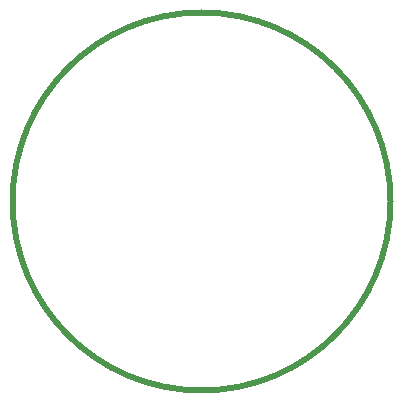
<source format=gbr>
%FSLAX34Y34*%
%MOMM*%
%LNSILK_TOP*%
G71*
G01*
%ADD10C, 0.50*%
%LPD*%
G54D10*
G75*
G01X3488Y161875D02*
G03X3488Y161875I160000J0D01*
G01*
M02*

</source>
